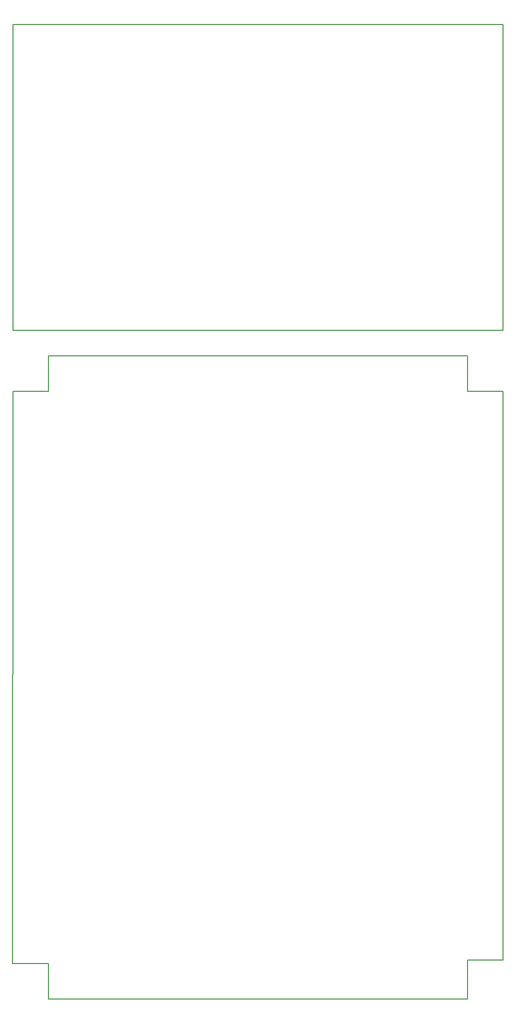
<source format=gbr>
G04 #@! TF.FileFunction,Profile,NP*
%FSLAX46Y46*%
G04 Gerber Fmt 4.6, Leading zero omitted, Abs format (unit mm)*
G04 Created by KiCad (PCBNEW 4.0.7) date Sunday, 08 April 2018 'AMt' 07:59:28*
%MOMM*%
%LPD*%
G01*
G04 APERTURE LIST*
%ADD10C,0.100000*%
%ADD11C,0.150000*%
G04 APERTURE END LIST*
D10*
D11*
X57785000Y-104013000D02*
X57785000Y-52197000D01*
X140843000Y-52197000D02*
X140843000Y-104013000D01*
X57721500Y-211264500D02*
X57785000Y-114300000D01*
X140843000Y-114300000D02*
X140843000Y-210693000D01*
X134810500Y-108267500D02*
X63817500Y-108267500D01*
X134810500Y-217297000D02*
X63754000Y-217297000D01*
X63754000Y-211264500D02*
X57721500Y-211264500D01*
X63754000Y-217297000D02*
X63754000Y-211264500D01*
X134810500Y-210693000D02*
X134810500Y-217297000D01*
X140843000Y-210693000D02*
X134810500Y-210693000D01*
X134810500Y-114300000D02*
X140843000Y-114300000D01*
X134810500Y-108267500D02*
X134810500Y-114300000D01*
X63817500Y-114300000D02*
X63817500Y-108267500D01*
X57785000Y-114300000D02*
X63817500Y-114300000D01*
X57785000Y-104013000D02*
X140843000Y-104013000D01*
X57785000Y-52197000D02*
X140843000Y-52197000D01*
M02*

</source>
